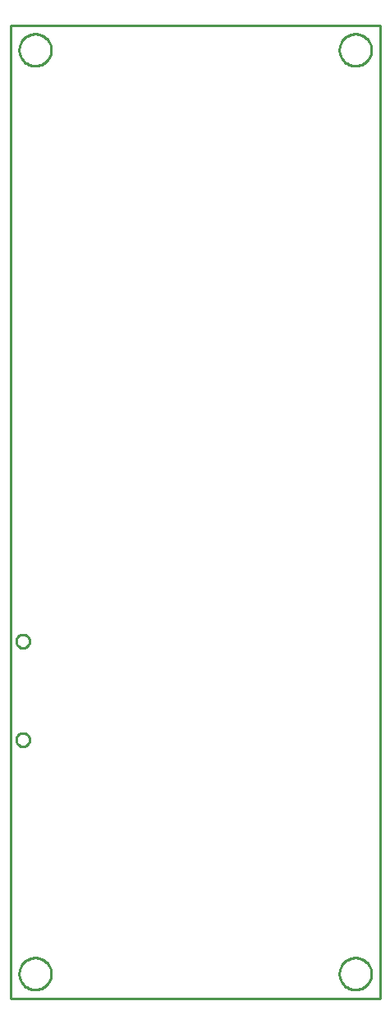
<source format=gko>
G04 EAGLE Gerber RS-274X export*
G75*
%MOMM*%
%FSLAX34Y34*%
%LPD*%
%IN*%
%IPPOS*%
%AMOC8*
5,1,8,0,0,1.08239X$1,22.5*%
G01*
%ADD10C,0.203200*%
%ADD11C,0.000000*%
%ADD12C,0.254000*%


D10*
X0Y0D02*
X381000Y0D01*
X381000Y1003300D01*
X0Y1003300D01*
X0Y0D01*
D11*
X8890Y25400D02*
X8895Y25805D01*
X8910Y26210D01*
X8935Y26615D01*
X8970Y27018D01*
X9014Y27421D01*
X9069Y27823D01*
X9133Y28223D01*
X9207Y28621D01*
X9291Y29017D01*
X9385Y29412D01*
X9488Y29803D01*
X9601Y30193D01*
X9723Y30579D01*
X9855Y30962D01*
X9996Y31342D01*
X10147Y31718D01*
X10306Y32091D01*
X10475Y32459D01*
X10653Y32823D01*
X10839Y33183D01*
X11035Y33538D01*
X11239Y33888D01*
X11451Y34233D01*
X11672Y34572D01*
X11902Y34907D01*
X12139Y35235D01*
X12384Y35557D01*
X12638Y35874D01*
X12898Y36184D01*
X13167Y36487D01*
X13443Y36784D01*
X13726Y37074D01*
X14016Y37357D01*
X14313Y37633D01*
X14616Y37902D01*
X14926Y38162D01*
X15243Y38416D01*
X15565Y38661D01*
X15893Y38898D01*
X16228Y39128D01*
X16567Y39349D01*
X16912Y39561D01*
X17262Y39765D01*
X17617Y39961D01*
X17977Y40147D01*
X18341Y40325D01*
X18709Y40494D01*
X19082Y40653D01*
X19458Y40804D01*
X19838Y40945D01*
X20221Y41077D01*
X20607Y41199D01*
X20997Y41312D01*
X21388Y41415D01*
X21783Y41509D01*
X22179Y41593D01*
X22577Y41667D01*
X22977Y41731D01*
X23379Y41786D01*
X23782Y41830D01*
X24185Y41865D01*
X24590Y41890D01*
X24995Y41905D01*
X25400Y41910D01*
X25805Y41905D01*
X26210Y41890D01*
X26615Y41865D01*
X27018Y41830D01*
X27421Y41786D01*
X27823Y41731D01*
X28223Y41667D01*
X28621Y41593D01*
X29017Y41509D01*
X29412Y41415D01*
X29803Y41312D01*
X30193Y41199D01*
X30579Y41077D01*
X30962Y40945D01*
X31342Y40804D01*
X31718Y40653D01*
X32091Y40494D01*
X32459Y40325D01*
X32823Y40147D01*
X33183Y39961D01*
X33538Y39765D01*
X33888Y39561D01*
X34233Y39349D01*
X34572Y39128D01*
X34907Y38898D01*
X35235Y38661D01*
X35557Y38416D01*
X35874Y38162D01*
X36184Y37902D01*
X36487Y37633D01*
X36784Y37357D01*
X37074Y37074D01*
X37357Y36784D01*
X37633Y36487D01*
X37902Y36184D01*
X38162Y35874D01*
X38416Y35557D01*
X38661Y35235D01*
X38898Y34907D01*
X39128Y34572D01*
X39349Y34233D01*
X39561Y33888D01*
X39765Y33538D01*
X39961Y33183D01*
X40147Y32823D01*
X40325Y32459D01*
X40494Y32091D01*
X40653Y31718D01*
X40804Y31342D01*
X40945Y30962D01*
X41077Y30579D01*
X41199Y30193D01*
X41312Y29803D01*
X41415Y29412D01*
X41509Y29017D01*
X41593Y28621D01*
X41667Y28223D01*
X41731Y27823D01*
X41786Y27421D01*
X41830Y27018D01*
X41865Y26615D01*
X41890Y26210D01*
X41905Y25805D01*
X41910Y25400D01*
X41905Y24995D01*
X41890Y24590D01*
X41865Y24185D01*
X41830Y23782D01*
X41786Y23379D01*
X41731Y22977D01*
X41667Y22577D01*
X41593Y22179D01*
X41509Y21783D01*
X41415Y21388D01*
X41312Y20997D01*
X41199Y20607D01*
X41077Y20221D01*
X40945Y19838D01*
X40804Y19458D01*
X40653Y19082D01*
X40494Y18709D01*
X40325Y18341D01*
X40147Y17977D01*
X39961Y17617D01*
X39765Y17262D01*
X39561Y16912D01*
X39349Y16567D01*
X39128Y16228D01*
X38898Y15893D01*
X38661Y15565D01*
X38416Y15243D01*
X38162Y14926D01*
X37902Y14616D01*
X37633Y14313D01*
X37357Y14016D01*
X37074Y13726D01*
X36784Y13443D01*
X36487Y13167D01*
X36184Y12898D01*
X35874Y12638D01*
X35557Y12384D01*
X35235Y12139D01*
X34907Y11902D01*
X34572Y11672D01*
X34233Y11451D01*
X33888Y11239D01*
X33538Y11035D01*
X33183Y10839D01*
X32823Y10653D01*
X32459Y10475D01*
X32091Y10306D01*
X31718Y10147D01*
X31342Y9996D01*
X30962Y9855D01*
X30579Y9723D01*
X30193Y9601D01*
X29803Y9488D01*
X29412Y9385D01*
X29017Y9291D01*
X28621Y9207D01*
X28223Y9133D01*
X27823Y9069D01*
X27421Y9014D01*
X27018Y8970D01*
X26615Y8935D01*
X26210Y8910D01*
X25805Y8895D01*
X25400Y8890D01*
X24995Y8895D01*
X24590Y8910D01*
X24185Y8935D01*
X23782Y8970D01*
X23379Y9014D01*
X22977Y9069D01*
X22577Y9133D01*
X22179Y9207D01*
X21783Y9291D01*
X21388Y9385D01*
X20997Y9488D01*
X20607Y9601D01*
X20221Y9723D01*
X19838Y9855D01*
X19458Y9996D01*
X19082Y10147D01*
X18709Y10306D01*
X18341Y10475D01*
X17977Y10653D01*
X17617Y10839D01*
X17262Y11035D01*
X16912Y11239D01*
X16567Y11451D01*
X16228Y11672D01*
X15893Y11902D01*
X15565Y12139D01*
X15243Y12384D01*
X14926Y12638D01*
X14616Y12898D01*
X14313Y13167D01*
X14016Y13443D01*
X13726Y13726D01*
X13443Y14016D01*
X13167Y14313D01*
X12898Y14616D01*
X12638Y14926D01*
X12384Y15243D01*
X12139Y15565D01*
X11902Y15893D01*
X11672Y16228D01*
X11451Y16567D01*
X11239Y16912D01*
X11035Y17262D01*
X10839Y17617D01*
X10653Y17977D01*
X10475Y18341D01*
X10306Y18709D01*
X10147Y19082D01*
X9996Y19458D01*
X9855Y19838D01*
X9723Y20221D01*
X9601Y20607D01*
X9488Y20997D01*
X9385Y21388D01*
X9291Y21783D01*
X9207Y22179D01*
X9133Y22577D01*
X9069Y22977D01*
X9014Y23379D01*
X8970Y23782D01*
X8935Y24185D01*
X8910Y24590D01*
X8895Y24995D01*
X8890Y25400D01*
X8890Y977900D02*
X8895Y978305D01*
X8910Y978710D01*
X8935Y979115D01*
X8970Y979518D01*
X9014Y979921D01*
X9069Y980323D01*
X9133Y980723D01*
X9207Y981121D01*
X9291Y981517D01*
X9385Y981912D01*
X9488Y982303D01*
X9601Y982693D01*
X9723Y983079D01*
X9855Y983462D01*
X9996Y983842D01*
X10147Y984218D01*
X10306Y984591D01*
X10475Y984959D01*
X10653Y985323D01*
X10839Y985683D01*
X11035Y986038D01*
X11239Y986388D01*
X11451Y986733D01*
X11672Y987072D01*
X11902Y987407D01*
X12139Y987735D01*
X12384Y988057D01*
X12638Y988374D01*
X12898Y988684D01*
X13167Y988987D01*
X13443Y989284D01*
X13726Y989574D01*
X14016Y989857D01*
X14313Y990133D01*
X14616Y990402D01*
X14926Y990662D01*
X15243Y990916D01*
X15565Y991161D01*
X15893Y991398D01*
X16228Y991628D01*
X16567Y991849D01*
X16912Y992061D01*
X17262Y992265D01*
X17617Y992461D01*
X17977Y992647D01*
X18341Y992825D01*
X18709Y992994D01*
X19082Y993153D01*
X19458Y993304D01*
X19838Y993445D01*
X20221Y993577D01*
X20607Y993699D01*
X20997Y993812D01*
X21388Y993915D01*
X21783Y994009D01*
X22179Y994093D01*
X22577Y994167D01*
X22977Y994231D01*
X23379Y994286D01*
X23782Y994330D01*
X24185Y994365D01*
X24590Y994390D01*
X24995Y994405D01*
X25400Y994410D01*
X25805Y994405D01*
X26210Y994390D01*
X26615Y994365D01*
X27018Y994330D01*
X27421Y994286D01*
X27823Y994231D01*
X28223Y994167D01*
X28621Y994093D01*
X29017Y994009D01*
X29412Y993915D01*
X29803Y993812D01*
X30193Y993699D01*
X30579Y993577D01*
X30962Y993445D01*
X31342Y993304D01*
X31718Y993153D01*
X32091Y992994D01*
X32459Y992825D01*
X32823Y992647D01*
X33183Y992461D01*
X33538Y992265D01*
X33888Y992061D01*
X34233Y991849D01*
X34572Y991628D01*
X34907Y991398D01*
X35235Y991161D01*
X35557Y990916D01*
X35874Y990662D01*
X36184Y990402D01*
X36487Y990133D01*
X36784Y989857D01*
X37074Y989574D01*
X37357Y989284D01*
X37633Y988987D01*
X37902Y988684D01*
X38162Y988374D01*
X38416Y988057D01*
X38661Y987735D01*
X38898Y987407D01*
X39128Y987072D01*
X39349Y986733D01*
X39561Y986388D01*
X39765Y986038D01*
X39961Y985683D01*
X40147Y985323D01*
X40325Y984959D01*
X40494Y984591D01*
X40653Y984218D01*
X40804Y983842D01*
X40945Y983462D01*
X41077Y983079D01*
X41199Y982693D01*
X41312Y982303D01*
X41415Y981912D01*
X41509Y981517D01*
X41593Y981121D01*
X41667Y980723D01*
X41731Y980323D01*
X41786Y979921D01*
X41830Y979518D01*
X41865Y979115D01*
X41890Y978710D01*
X41905Y978305D01*
X41910Y977900D01*
X41905Y977495D01*
X41890Y977090D01*
X41865Y976685D01*
X41830Y976282D01*
X41786Y975879D01*
X41731Y975477D01*
X41667Y975077D01*
X41593Y974679D01*
X41509Y974283D01*
X41415Y973888D01*
X41312Y973497D01*
X41199Y973107D01*
X41077Y972721D01*
X40945Y972338D01*
X40804Y971958D01*
X40653Y971582D01*
X40494Y971209D01*
X40325Y970841D01*
X40147Y970477D01*
X39961Y970117D01*
X39765Y969762D01*
X39561Y969412D01*
X39349Y969067D01*
X39128Y968728D01*
X38898Y968393D01*
X38661Y968065D01*
X38416Y967743D01*
X38162Y967426D01*
X37902Y967116D01*
X37633Y966813D01*
X37357Y966516D01*
X37074Y966226D01*
X36784Y965943D01*
X36487Y965667D01*
X36184Y965398D01*
X35874Y965138D01*
X35557Y964884D01*
X35235Y964639D01*
X34907Y964402D01*
X34572Y964172D01*
X34233Y963951D01*
X33888Y963739D01*
X33538Y963535D01*
X33183Y963339D01*
X32823Y963153D01*
X32459Y962975D01*
X32091Y962806D01*
X31718Y962647D01*
X31342Y962496D01*
X30962Y962355D01*
X30579Y962223D01*
X30193Y962101D01*
X29803Y961988D01*
X29412Y961885D01*
X29017Y961791D01*
X28621Y961707D01*
X28223Y961633D01*
X27823Y961569D01*
X27421Y961514D01*
X27018Y961470D01*
X26615Y961435D01*
X26210Y961410D01*
X25805Y961395D01*
X25400Y961390D01*
X24995Y961395D01*
X24590Y961410D01*
X24185Y961435D01*
X23782Y961470D01*
X23379Y961514D01*
X22977Y961569D01*
X22577Y961633D01*
X22179Y961707D01*
X21783Y961791D01*
X21388Y961885D01*
X20997Y961988D01*
X20607Y962101D01*
X20221Y962223D01*
X19838Y962355D01*
X19458Y962496D01*
X19082Y962647D01*
X18709Y962806D01*
X18341Y962975D01*
X17977Y963153D01*
X17617Y963339D01*
X17262Y963535D01*
X16912Y963739D01*
X16567Y963951D01*
X16228Y964172D01*
X15893Y964402D01*
X15565Y964639D01*
X15243Y964884D01*
X14926Y965138D01*
X14616Y965398D01*
X14313Y965667D01*
X14016Y965943D01*
X13726Y966226D01*
X13443Y966516D01*
X13167Y966813D01*
X12898Y967116D01*
X12638Y967426D01*
X12384Y967743D01*
X12139Y968065D01*
X11902Y968393D01*
X11672Y968728D01*
X11451Y969067D01*
X11239Y969412D01*
X11035Y969762D01*
X10839Y970117D01*
X10653Y970477D01*
X10475Y970841D01*
X10306Y971209D01*
X10147Y971582D01*
X9996Y971958D01*
X9855Y972338D01*
X9723Y972721D01*
X9601Y973107D01*
X9488Y973497D01*
X9385Y973888D01*
X9291Y974283D01*
X9207Y974679D01*
X9133Y975077D01*
X9069Y975477D01*
X9014Y975879D01*
X8970Y976282D01*
X8935Y976685D01*
X8910Y977090D01*
X8895Y977495D01*
X8890Y977900D01*
X339090Y25400D02*
X339095Y25805D01*
X339110Y26210D01*
X339135Y26615D01*
X339170Y27018D01*
X339214Y27421D01*
X339269Y27823D01*
X339333Y28223D01*
X339407Y28621D01*
X339491Y29017D01*
X339585Y29412D01*
X339688Y29803D01*
X339801Y30193D01*
X339923Y30579D01*
X340055Y30962D01*
X340196Y31342D01*
X340347Y31718D01*
X340506Y32091D01*
X340675Y32459D01*
X340853Y32823D01*
X341039Y33183D01*
X341235Y33538D01*
X341439Y33888D01*
X341651Y34233D01*
X341872Y34572D01*
X342102Y34907D01*
X342339Y35235D01*
X342584Y35557D01*
X342838Y35874D01*
X343098Y36184D01*
X343367Y36487D01*
X343643Y36784D01*
X343926Y37074D01*
X344216Y37357D01*
X344513Y37633D01*
X344816Y37902D01*
X345126Y38162D01*
X345443Y38416D01*
X345765Y38661D01*
X346093Y38898D01*
X346428Y39128D01*
X346767Y39349D01*
X347112Y39561D01*
X347462Y39765D01*
X347817Y39961D01*
X348177Y40147D01*
X348541Y40325D01*
X348909Y40494D01*
X349282Y40653D01*
X349658Y40804D01*
X350038Y40945D01*
X350421Y41077D01*
X350807Y41199D01*
X351197Y41312D01*
X351588Y41415D01*
X351983Y41509D01*
X352379Y41593D01*
X352777Y41667D01*
X353177Y41731D01*
X353579Y41786D01*
X353982Y41830D01*
X354385Y41865D01*
X354790Y41890D01*
X355195Y41905D01*
X355600Y41910D01*
X356005Y41905D01*
X356410Y41890D01*
X356815Y41865D01*
X357218Y41830D01*
X357621Y41786D01*
X358023Y41731D01*
X358423Y41667D01*
X358821Y41593D01*
X359217Y41509D01*
X359612Y41415D01*
X360003Y41312D01*
X360393Y41199D01*
X360779Y41077D01*
X361162Y40945D01*
X361542Y40804D01*
X361918Y40653D01*
X362291Y40494D01*
X362659Y40325D01*
X363023Y40147D01*
X363383Y39961D01*
X363738Y39765D01*
X364088Y39561D01*
X364433Y39349D01*
X364772Y39128D01*
X365107Y38898D01*
X365435Y38661D01*
X365757Y38416D01*
X366074Y38162D01*
X366384Y37902D01*
X366687Y37633D01*
X366984Y37357D01*
X367274Y37074D01*
X367557Y36784D01*
X367833Y36487D01*
X368102Y36184D01*
X368362Y35874D01*
X368616Y35557D01*
X368861Y35235D01*
X369098Y34907D01*
X369328Y34572D01*
X369549Y34233D01*
X369761Y33888D01*
X369965Y33538D01*
X370161Y33183D01*
X370347Y32823D01*
X370525Y32459D01*
X370694Y32091D01*
X370853Y31718D01*
X371004Y31342D01*
X371145Y30962D01*
X371277Y30579D01*
X371399Y30193D01*
X371512Y29803D01*
X371615Y29412D01*
X371709Y29017D01*
X371793Y28621D01*
X371867Y28223D01*
X371931Y27823D01*
X371986Y27421D01*
X372030Y27018D01*
X372065Y26615D01*
X372090Y26210D01*
X372105Y25805D01*
X372110Y25400D01*
X372105Y24995D01*
X372090Y24590D01*
X372065Y24185D01*
X372030Y23782D01*
X371986Y23379D01*
X371931Y22977D01*
X371867Y22577D01*
X371793Y22179D01*
X371709Y21783D01*
X371615Y21388D01*
X371512Y20997D01*
X371399Y20607D01*
X371277Y20221D01*
X371145Y19838D01*
X371004Y19458D01*
X370853Y19082D01*
X370694Y18709D01*
X370525Y18341D01*
X370347Y17977D01*
X370161Y17617D01*
X369965Y17262D01*
X369761Y16912D01*
X369549Y16567D01*
X369328Y16228D01*
X369098Y15893D01*
X368861Y15565D01*
X368616Y15243D01*
X368362Y14926D01*
X368102Y14616D01*
X367833Y14313D01*
X367557Y14016D01*
X367274Y13726D01*
X366984Y13443D01*
X366687Y13167D01*
X366384Y12898D01*
X366074Y12638D01*
X365757Y12384D01*
X365435Y12139D01*
X365107Y11902D01*
X364772Y11672D01*
X364433Y11451D01*
X364088Y11239D01*
X363738Y11035D01*
X363383Y10839D01*
X363023Y10653D01*
X362659Y10475D01*
X362291Y10306D01*
X361918Y10147D01*
X361542Y9996D01*
X361162Y9855D01*
X360779Y9723D01*
X360393Y9601D01*
X360003Y9488D01*
X359612Y9385D01*
X359217Y9291D01*
X358821Y9207D01*
X358423Y9133D01*
X358023Y9069D01*
X357621Y9014D01*
X357218Y8970D01*
X356815Y8935D01*
X356410Y8910D01*
X356005Y8895D01*
X355600Y8890D01*
X355195Y8895D01*
X354790Y8910D01*
X354385Y8935D01*
X353982Y8970D01*
X353579Y9014D01*
X353177Y9069D01*
X352777Y9133D01*
X352379Y9207D01*
X351983Y9291D01*
X351588Y9385D01*
X351197Y9488D01*
X350807Y9601D01*
X350421Y9723D01*
X350038Y9855D01*
X349658Y9996D01*
X349282Y10147D01*
X348909Y10306D01*
X348541Y10475D01*
X348177Y10653D01*
X347817Y10839D01*
X347462Y11035D01*
X347112Y11239D01*
X346767Y11451D01*
X346428Y11672D01*
X346093Y11902D01*
X345765Y12139D01*
X345443Y12384D01*
X345126Y12638D01*
X344816Y12898D01*
X344513Y13167D01*
X344216Y13443D01*
X343926Y13726D01*
X343643Y14016D01*
X343367Y14313D01*
X343098Y14616D01*
X342838Y14926D01*
X342584Y15243D01*
X342339Y15565D01*
X342102Y15893D01*
X341872Y16228D01*
X341651Y16567D01*
X341439Y16912D01*
X341235Y17262D01*
X341039Y17617D01*
X340853Y17977D01*
X340675Y18341D01*
X340506Y18709D01*
X340347Y19082D01*
X340196Y19458D01*
X340055Y19838D01*
X339923Y20221D01*
X339801Y20607D01*
X339688Y20997D01*
X339585Y21388D01*
X339491Y21783D01*
X339407Y22179D01*
X339333Y22577D01*
X339269Y22977D01*
X339214Y23379D01*
X339170Y23782D01*
X339135Y24185D01*
X339110Y24590D01*
X339095Y24995D01*
X339090Y25400D01*
X339090Y977900D02*
X339095Y978305D01*
X339110Y978710D01*
X339135Y979115D01*
X339170Y979518D01*
X339214Y979921D01*
X339269Y980323D01*
X339333Y980723D01*
X339407Y981121D01*
X339491Y981517D01*
X339585Y981912D01*
X339688Y982303D01*
X339801Y982693D01*
X339923Y983079D01*
X340055Y983462D01*
X340196Y983842D01*
X340347Y984218D01*
X340506Y984591D01*
X340675Y984959D01*
X340853Y985323D01*
X341039Y985683D01*
X341235Y986038D01*
X341439Y986388D01*
X341651Y986733D01*
X341872Y987072D01*
X342102Y987407D01*
X342339Y987735D01*
X342584Y988057D01*
X342838Y988374D01*
X343098Y988684D01*
X343367Y988987D01*
X343643Y989284D01*
X343926Y989574D01*
X344216Y989857D01*
X344513Y990133D01*
X344816Y990402D01*
X345126Y990662D01*
X345443Y990916D01*
X345765Y991161D01*
X346093Y991398D01*
X346428Y991628D01*
X346767Y991849D01*
X347112Y992061D01*
X347462Y992265D01*
X347817Y992461D01*
X348177Y992647D01*
X348541Y992825D01*
X348909Y992994D01*
X349282Y993153D01*
X349658Y993304D01*
X350038Y993445D01*
X350421Y993577D01*
X350807Y993699D01*
X351197Y993812D01*
X351588Y993915D01*
X351983Y994009D01*
X352379Y994093D01*
X352777Y994167D01*
X353177Y994231D01*
X353579Y994286D01*
X353982Y994330D01*
X354385Y994365D01*
X354790Y994390D01*
X355195Y994405D01*
X355600Y994410D01*
X356005Y994405D01*
X356410Y994390D01*
X356815Y994365D01*
X357218Y994330D01*
X357621Y994286D01*
X358023Y994231D01*
X358423Y994167D01*
X358821Y994093D01*
X359217Y994009D01*
X359612Y993915D01*
X360003Y993812D01*
X360393Y993699D01*
X360779Y993577D01*
X361162Y993445D01*
X361542Y993304D01*
X361918Y993153D01*
X362291Y992994D01*
X362659Y992825D01*
X363023Y992647D01*
X363383Y992461D01*
X363738Y992265D01*
X364088Y992061D01*
X364433Y991849D01*
X364772Y991628D01*
X365107Y991398D01*
X365435Y991161D01*
X365757Y990916D01*
X366074Y990662D01*
X366384Y990402D01*
X366687Y990133D01*
X366984Y989857D01*
X367274Y989574D01*
X367557Y989284D01*
X367833Y988987D01*
X368102Y988684D01*
X368362Y988374D01*
X368616Y988057D01*
X368861Y987735D01*
X369098Y987407D01*
X369328Y987072D01*
X369549Y986733D01*
X369761Y986388D01*
X369965Y986038D01*
X370161Y985683D01*
X370347Y985323D01*
X370525Y984959D01*
X370694Y984591D01*
X370853Y984218D01*
X371004Y983842D01*
X371145Y983462D01*
X371277Y983079D01*
X371399Y982693D01*
X371512Y982303D01*
X371615Y981912D01*
X371709Y981517D01*
X371793Y981121D01*
X371867Y980723D01*
X371931Y980323D01*
X371986Y979921D01*
X372030Y979518D01*
X372065Y979115D01*
X372090Y978710D01*
X372105Y978305D01*
X372110Y977900D01*
X372105Y977495D01*
X372090Y977090D01*
X372065Y976685D01*
X372030Y976282D01*
X371986Y975879D01*
X371931Y975477D01*
X371867Y975077D01*
X371793Y974679D01*
X371709Y974283D01*
X371615Y973888D01*
X371512Y973497D01*
X371399Y973107D01*
X371277Y972721D01*
X371145Y972338D01*
X371004Y971958D01*
X370853Y971582D01*
X370694Y971209D01*
X370525Y970841D01*
X370347Y970477D01*
X370161Y970117D01*
X369965Y969762D01*
X369761Y969412D01*
X369549Y969067D01*
X369328Y968728D01*
X369098Y968393D01*
X368861Y968065D01*
X368616Y967743D01*
X368362Y967426D01*
X368102Y967116D01*
X367833Y966813D01*
X367557Y966516D01*
X367274Y966226D01*
X366984Y965943D01*
X366687Y965667D01*
X366384Y965398D01*
X366074Y965138D01*
X365757Y964884D01*
X365435Y964639D01*
X365107Y964402D01*
X364772Y964172D01*
X364433Y963951D01*
X364088Y963739D01*
X363738Y963535D01*
X363383Y963339D01*
X363023Y963153D01*
X362659Y962975D01*
X362291Y962806D01*
X361918Y962647D01*
X361542Y962496D01*
X361162Y962355D01*
X360779Y962223D01*
X360393Y962101D01*
X360003Y961988D01*
X359612Y961885D01*
X359217Y961791D01*
X358821Y961707D01*
X358423Y961633D01*
X358023Y961569D01*
X357621Y961514D01*
X357218Y961470D01*
X356815Y961435D01*
X356410Y961410D01*
X356005Y961395D01*
X355600Y961390D01*
X355195Y961395D01*
X354790Y961410D01*
X354385Y961435D01*
X353982Y961470D01*
X353579Y961514D01*
X353177Y961569D01*
X352777Y961633D01*
X352379Y961707D01*
X351983Y961791D01*
X351588Y961885D01*
X351197Y961988D01*
X350807Y962101D01*
X350421Y962223D01*
X350038Y962355D01*
X349658Y962496D01*
X349282Y962647D01*
X348909Y962806D01*
X348541Y962975D01*
X348177Y963153D01*
X347817Y963339D01*
X347462Y963535D01*
X347112Y963739D01*
X346767Y963951D01*
X346428Y964172D01*
X346093Y964402D01*
X345765Y964639D01*
X345443Y964884D01*
X345126Y965138D01*
X344816Y965398D01*
X344513Y965667D01*
X344216Y965943D01*
X343926Y966226D01*
X343643Y966516D01*
X343367Y966813D01*
X343098Y967116D01*
X342838Y967426D01*
X342584Y967743D01*
X342339Y968065D01*
X342102Y968393D01*
X341872Y968728D01*
X341651Y969067D01*
X341439Y969412D01*
X341235Y969762D01*
X341039Y970117D01*
X340853Y970477D01*
X340675Y970841D01*
X340506Y971209D01*
X340347Y971582D01*
X340196Y971958D01*
X340055Y972338D01*
X339923Y972721D01*
X339801Y973107D01*
X339688Y973497D01*
X339585Y973888D01*
X339491Y974283D01*
X339407Y974679D01*
X339333Y975077D01*
X339269Y975477D01*
X339214Y975879D01*
X339170Y976282D01*
X339135Y976685D01*
X339110Y977090D01*
X339095Y977495D01*
X339090Y977900D01*
X5700Y368300D02*
X5702Y368472D01*
X5708Y368643D01*
X5719Y368815D01*
X5734Y368986D01*
X5753Y369157D01*
X5776Y369327D01*
X5803Y369497D01*
X5835Y369666D01*
X5870Y369834D01*
X5910Y370001D01*
X5954Y370167D01*
X6001Y370332D01*
X6053Y370496D01*
X6109Y370658D01*
X6169Y370819D01*
X6233Y370979D01*
X6301Y371137D01*
X6372Y371293D01*
X6447Y371447D01*
X6527Y371600D01*
X6609Y371750D01*
X6696Y371899D01*
X6786Y372045D01*
X6880Y372189D01*
X6977Y372331D01*
X7078Y372470D01*
X7182Y372607D01*
X7289Y372741D01*
X7400Y372872D01*
X7513Y373001D01*
X7630Y373127D01*
X7750Y373250D01*
X7873Y373370D01*
X7999Y373487D01*
X8128Y373600D01*
X8259Y373711D01*
X8393Y373818D01*
X8530Y373922D01*
X8669Y374023D01*
X8811Y374120D01*
X8955Y374214D01*
X9101Y374304D01*
X9250Y374391D01*
X9400Y374473D01*
X9553Y374553D01*
X9707Y374628D01*
X9863Y374699D01*
X10021Y374767D01*
X10181Y374831D01*
X10342Y374891D01*
X10504Y374947D01*
X10668Y374999D01*
X10833Y375046D01*
X10999Y375090D01*
X11166Y375130D01*
X11334Y375165D01*
X11503Y375197D01*
X11673Y375224D01*
X11843Y375247D01*
X12014Y375266D01*
X12185Y375281D01*
X12357Y375292D01*
X12528Y375298D01*
X12700Y375300D01*
X12872Y375298D01*
X13043Y375292D01*
X13215Y375281D01*
X13386Y375266D01*
X13557Y375247D01*
X13727Y375224D01*
X13897Y375197D01*
X14066Y375165D01*
X14234Y375130D01*
X14401Y375090D01*
X14567Y375046D01*
X14732Y374999D01*
X14896Y374947D01*
X15058Y374891D01*
X15219Y374831D01*
X15379Y374767D01*
X15537Y374699D01*
X15693Y374628D01*
X15847Y374553D01*
X16000Y374473D01*
X16150Y374391D01*
X16299Y374304D01*
X16445Y374214D01*
X16589Y374120D01*
X16731Y374023D01*
X16870Y373922D01*
X17007Y373818D01*
X17141Y373711D01*
X17272Y373600D01*
X17401Y373487D01*
X17527Y373370D01*
X17650Y373250D01*
X17770Y373127D01*
X17887Y373001D01*
X18000Y372872D01*
X18111Y372741D01*
X18218Y372607D01*
X18322Y372470D01*
X18423Y372331D01*
X18520Y372189D01*
X18614Y372045D01*
X18704Y371899D01*
X18791Y371750D01*
X18873Y371600D01*
X18953Y371447D01*
X19028Y371293D01*
X19099Y371137D01*
X19167Y370979D01*
X19231Y370819D01*
X19291Y370658D01*
X19347Y370496D01*
X19399Y370332D01*
X19446Y370167D01*
X19490Y370001D01*
X19530Y369834D01*
X19565Y369666D01*
X19597Y369497D01*
X19624Y369327D01*
X19647Y369157D01*
X19666Y368986D01*
X19681Y368815D01*
X19692Y368643D01*
X19698Y368472D01*
X19700Y368300D01*
X19698Y368128D01*
X19692Y367957D01*
X19681Y367785D01*
X19666Y367614D01*
X19647Y367443D01*
X19624Y367273D01*
X19597Y367103D01*
X19565Y366934D01*
X19530Y366766D01*
X19490Y366599D01*
X19446Y366433D01*
X19399Y366268D01*
X19347Y366104D01*
X19291Y365942D01*
X19231Y365781D01*
X19167Y365621D01*
X19099Y365463D01*
X19028Y365307D01*
X18953Y365153D01*
X18873Y365000D01*
X18791Y364850D01*
X18704Y364701D01*
X18614Y364555D01*
X18520Y364411D01*
X18423Y364269D01*
X18322Y364130D01*
X18218Y363993D01*
X18111Y363859D01*
X18000Y363728D01*
X17887Y363599D01*
X17770Y363473D01*
X17650Y363350D01*
X17527Y363230D01*
X17401Y363113D01*
X17272Y363000D01*
X17141Y362889D01*
X17007Y362782D01*
X16870Y362678D01*
X16731Y362577D01*
X16589Y362480D01*
X16445Y362386D01*
X16299Y362296D01*
X16150Y362209D01*
X16000Y362127D01*
X15847Y362047D01*
X15693Y361972D01*
X15537Y361901D01*
X15379Y361833D01*
X15219Y361769D01*
X15058Y361709D01*
X14896Y361653D01*
X14732Y361601D01*
X14567Y361554D01*
X14401Y361510D01*
X14234Y361470D01*
X14066Y361435D01*
X13897Y361403D01*
X13727Y361376D01*
X13557Y361353D01*
X13386Y361334D01*
X13215Y361319D01*
X13043Y361308D01*
X12872Y361302D01*
X12700Y361300D01*
X12528Y361302D01*
X12357Y361308D01*
X12185Y361319D01*
X12014Y361334D01*
X11843Y361353D01*
X11673Y361376D01*
X11503Y361403D01*
X11334Y361435D01*
X11166Y361470D01*
X10999Y361510D01*
X10833Y361554D01*
X10668Y361601D01*
X10504Y361653D01*
X10342Y361709D01*
X10181Y361769D01*
X10021Y361833D01*
X9863Y361901D01*
X9707Y361972D01*
X9553Y362047D01*
X9400Y362127D01*
X9250Y362209D01*
X9101Y362296D01*
X8955Y362386D01*
X8811Y362480D01*
X8669Y362577D01*
X8530Y362678D01*
X8393Y362782D01*
X8259Y362889D01*
X8128Y363000D01*
X7999Y363113D01*
X7873Y363230D01*
X7750Y363350D01*
X7630Y363473D01*
X7513Y363599D01*
X7400Y363728D01*
X7289Y363859D01*
X7182Y363993D01*
X7078Y364130D01*
X6977Y364269D01*
X6880Y364411D01*
X6786Y364555D01*
X6696Y364701D01*
X6609Y364850D01*
X6527Y365000D01*
X6447Y365153D01*
X6372Y365307D01*
X6301Y365463D01*
X6233Y365621D01*
X6169Y365781D01*
X6109Y365942D01*
X6053Y366104D01*
X6001Y366268D01*
X5954Y366433D01*
X5910Y366599D01*
X5870Y366766D01*
X5835Y366934D01*
X5803Y367103D01*
X5776Y367273D01*
X5753Y367443D01*
X5734Y367614D01*
X5719Y367785D01*
X5708Y367957D01*
X5702Y368128D01*
X5700Y368300D01*
X5700Y266700D02*
X5702Y266872D01*
X5708Y267043D01*
X5719Y267215D01*
X5734Y267386D01*
X5753Y267557D01*
X5776Y267727D01*
X5803Y267897D01*
X5835Y268066D01*
X5870Y268234D01*
X5910Y268401D01*
X5954Y268567D01*
X6001Y268732D01*
X6053Y268896D01*
X6109Y269058D01*
X6169Y269219D01*
X6233Y269379D01*
X6301Y269537D01*
X6372Y269693D01*
X6447Y269847D01*
X6527Y270000D01*
X6609Y270150D01*
X6696Y270299D01*
X6786Y270445D01*
X6880Y270589D01*
X6977Y270731D01*
X7078Y270870D01*
X7182Y271007D01*
X7289Y271141D01*
X7400Y271272D01*
X7513Y271401D01*
X7630Y271527D01*
X7750Y271650D01*
X7873Y271770D01*
X7999Y271887D01*
X8128Y272000D01*
X8259Y272111D01*
X8393Y272218D01*
X8530Y272322D01*
X8669Y272423D01*
X8811Y272520D01*
X8955Y272614D01*
X9101Y272704D01*
X9250Y272791D01*
X9400Y272873D01*
X9553Y272953D01*
X9707Y273028D01*
X9863Y273099D01*
X10021Y273167D01*
X10181Y273231D01*
X10342Y273291D01*
X10504Y273347D01*
X10668Y273399D01*
X10833Y273446D01*
X10999Y273490D01*
X11166Y273530D01*
X11334Y273565D01*
X11503Y273597D01*
X11673Y273624D01*
X11843Y273647D01*
X12014Y273666D01*
X12185Y273681D01*
X12357Y273692D01*
X12528Y273698D01*
X12700Y273700D01*
X12872Y273698D01*
X13043Y273692D01*
X13215Y273681D01*
X13386Y273666D01*
X13557Y273647D01*
X13727Y273624D01*
X13897Y273597D01*
X14066Y273565D01*
X14234Y273530D01*
X14401Y273490D01*
X14567Y273446D01*
X14732Y273399D01*
X14896Y273347D01*
X15058Y273291D01*
X15219Y273231D01*
X15379Y273167D01*
X15537Y273099D01*
X15693Y273028D01*
X15847Y272953D01*
X16000Y272873D01*
X16150Y272791D01*
X16299Y272704D01*
X16445Y272614D01*
X16589Y272520D01*
X16731Y272423D01*
X16870Y272322D01*
X17007Y272218D01*
X17141Y272111D01*
X17272Y272000D01*
X17401Y271887D01*
X17527Y271770D01*
X17650Y271650D01*
X17770Y271527D01*
X17887Y271401D01*
X18000Y271272D01*
X18111Y271141D01*
X18218Y271007D01*
X18322Y270870D01*
X18423Y270731D01*
X18520Y270589D01*
X18614Y270445D01*
X18704Y270299D01*
X18791Y270150D01*
X18873Y270000D01*
X18953Y269847D01*
X19028Y269693D01*
X19099Y269537D01*
X19167Y269379D01*
X19231Y269219D01*
X19291Y269058D01*
X19347Y268896D01*
X19399Y268732D01*
X19446Y268567D01*
X19490Y268401D01*
X19530Y268234D01*
X19565Y268066D01*
X19597Y267897D01*
X19624Y267727D01*
X19647Y267557D01*
X19666Y267386D01*
X19681Y267215D01*
X19692Y267043D01*
X19698Y266872D01*
X19700Y266700D01*
X19698Y266528D01*
X19692Y266357D01*
X19681Y266185D01*
X19666Y266014D01*
X19647Y265843D01*
X19624Y265673D01*
X19597Y265503D01*
X19565Y265334D01*
X19530Y265166D01*
X19490Y264999D01*
X19446Y264833D01*
X19399Y264668D01*
X19347Y264504D01*
X19291Y264342D01*
X19231Y264181D01*
X19167Y264021D01*
X19099Y263863D01*
X19028Y263707D01*
X18953Y263553D01*
X18873Y263400D01*
X18791Y263250D01*
X18704Y263101D01*
X18614Y262955D01*
X18520Y262811D01*
X18423Y262669D01*
X18322Y262530D01*
X18218Y262393D01*
X18111Y262259D01*
X18000Y262128D01*
X17887Y261999D01*
X17770Y261873D01*
X17650Y261750D01*
X17527Y261630D01*
X17401Y261513D01*
X17272Y261400D01*
X17141Y261289D01*
X17007Y261182D01*
X16870Y261078D01*
X16731Y260977D01*
X16589Y260880D01*
X16445Y260786D01*
X16299Y260696D01*
X16150Y260609D01*
X16000Y260527D01*
X15847Y260447D01*
X15693Y260372D01*
X15537Y260301D01*
X15379Y260233D01*
X15219Y260169D01*
X15058Y260109D01*
X14896Y260053D01*
X14732Y260001D01*
X14567Y259954D01*
X14401Y259910D01*
X14234Y259870D01*
X14066Y259835D01*
X13897Y259803D01*
X13727Y259776D01*
X13557Y259753D01*
X13386Y259734D01*
X13215Y259719D01*
X13043Y259708D01*
X12872Y259702D01*
X12700Y259700D01*
X12528Y259702D01*
X12357Y259708D01*
X12185Y259719D01*
X12014Y259734D01*
X11843Y259753D01*
X11673Y259776D01*
X11503Y259803D01*
X11334Y259835D01*
X11166Y259870D01*
X10999Y259910D01*
X10833Y259954D01*
X10668Y260001D01*
X10504Y260053D01*
X10342Y260109D01*
X10181Y260169D01*
X10021Y260233D01*
X9863Y260301D01*
X9707Y260372D01*
X9553Y260447D01*
X9400Y260527D01*
X9250Y260609D01*
X9101Y260696D01*
X8955Y260786D01*
X8811Y260880D01*
X8669Y260977D01*
X8530Y261078D01*
X8393Y261182D01*
X8259Y261289D01*
X8128Y261400D01*
X7999Y261513D01*
X7873Y261630D01*
X7750Y261750D01*
X7630Y261873D01*
X7513Y261999D01*
X7400Y262128D01*
X7289Y262259D01*
X7182Y262393D01*
X7078Y262530D01*
X6977Y262669D01*
X6880Y262811D01*
X6786Y262955D01*
X6696Y263101D01*
X6609Y263250D01*
X6527Y263400D01*
X6447Y263553D01*
X6372Y263707D01*
X6301Y263863D01*
X6233Y264021D01*
X6169Y264181D01*
X6109Y264342D01*
X6053Y264504D01*
X6001Y264668D01*
X5954Y264833D01*
X5910Y264999D01*
X5870Y265166D01*
X5835Y265334D01*
X5803Y265503D01*
X5776Y265673D01*
X5753Y265843D01*
X5734Y266014D01*
X5719Y266185D01*
X5708Y266357D01*
X5702Y266528D01*
X5700Y266700D01*
D12*
X0Y0D02*
X381000Y0D01*
X381000Y1003300D01*
X0Y1003300D01*
X0Y0D01*
X41910Y24860D02*
X41839Y23781D01*
X41698Y22709D01*
X41487Y21649D01*
X41208Y20605D01*
X40860Y19581D01*
X40446Y18583D01*
X39968Y17613D01*
X39428Y16677D01*
X38827Y15778D01*
X38169Y14921D01*
X37457Y14108D01*
X36692Y13344D01*
X35879Y12631D01*
X35022Y11973D01*
X34123Y11372D01*
X33187Y10832D01*
X32217Y10354D01*
X31219Y9940D01*
X30195Y9592D01*
X29151Y9313D01*
X28091Y9102D01*
X27019Y8961D01*
X25940Y8890D01*
X24860Y8890D01*
X23781Y8961D01*
X22709Y9102D01*
X21649Y9313D01*
X20605Y9592D01*
X19581Y9940D01*
X18583Y10354D01*
X17613Y10832D01*
X16677Y11372D01*
X15778Y11973D01*
X14921Y12631D01*
X14108Y13344D01*
X13344Y14108D01*
X12631Y14921D01*
X11973Y15778D01*
X11372Y16677D01*
X10832Y17613D01*
X10354Y18583D01*
X9940Y19581D01*
X9592Y20605D01*
X9313Y21649D01*
X9102Y22709D01*
X8961Y23781D01*
X8890Y24860D01*
X8890Y25940D01*
X8961Y27019D01*
X9102Y28091D01*
X9313Y29151D01*
X9592Y30195D01*
X9940Y31219D01*
X10354Y32217D01*
X10832Y33187D01*
X11372Y34123D01*
X11973Y35022D01*
X12631Y35879D01*
X13344Y36692D01*
X14108Y37457D01*
X14921Y38169D01*
X15778Y38827D01*
X16677Y39428D01*
X17613Y39968D01*
X18583Y40446D01*
X19581Y40860D01*
X20605Y41208D01*
X21649Y41487D01*
X22709Y41698D01*
X23781Y41839D01*
X24860Y41910D01*
X25940Y41910D01*
X27019Y41839D01*
X28091Y41698D01*
X29151Y41487D01*
X30195Y41208D01*
X31219Y40860D01*
X32217Y40446D01*
X33187Y39968D01*
X34123Y39428D01*
X35022Y38827D01*
X35879Y38169D01*
X36692Y37457D01*
X37457Y36692D01*
X38169Y35879D01*
X38827Y35022D01*
X39428Y34123D01*
X39968Y33187D01*
X40446Y32217D01*
X40860Y31219D01*
X41208Y30195D01*
X41487Y29151D01*
X41698Y28091D01*
X41839Y27019D01*
X41910Y25940D01*
X41910Y24860D01*
X41910Y977360D02*
X41839Y976281D01*
X41698Y975209D01*
X41487Y974149D01*
X41208Y973105D01*
X40860Y972081D01*
X40446Y971083D01*
X39968Y970113D01*
X39428Y969177D01*
X38827Y968278D01*
X38169Y967421D01*
X37457Y966608D01*
X36692Y965844D01*
X35879Y965131D01*
X35022Y964473D01*
X34123Y963872D01*
X33187Y963332D01*
X32217Y962854D01*
X31219Y962440D01*
X30195Y962092D01*
X29151Y961813D01*
X28091Y961602D01*
X27019Y961461D01*
X25940Y961390D01*
X24860Y961390D01*
X23781Y961461D01*
X22709Y961602D01*
X21649Y961813D01*
X20605Y962092D01*
X19581Y962440D01*
X18583Y962854D01*
X17613Y963332D01*
X16677Y963872D01*
X15778Y964473D01*
X14921Y965131D01*
X14108Y965844D01*
X13344Y966608D01*
X12631Y967421D01*
X11973Y968278D01*
X11372Y969177D01*
X10832Y970113D01*
X10354Y971083D01*
X9940Y972081D01*
X9592Y973105D01*
X9313Y974149D01*
X9102Y975209D01*
X8961Y976281D01*
X8890Y977360D01*
X8890Y978440D01*
X8961Y979519D01*
X9102Y980591D01*
X9313Y981651D01*
X9592Y982695D01*
X9940Y983719D01*
X10354Y984717D01*
X10832Y985687D01*
X11372Y986623D01*
X11973Y987522D01*
X12631Y988379D01*
X13344Y989192D01*
X14108Y989957D01*
X14921Y990669D01*
X15778Y991327D01*
X16677Y991928D01*
X17613Y992468D01*
X18583Y992946D01*
X19581Y993360D01*
X20605Y993708D01*
X21649Y993987D01*
X22709Y994198D01*
X23781Y994339D01*
X24860Y994410D01*
X25940Y994410D01*
X27019Y994339D01*
X28091Y994198D01*
X29151Y993987D01*
X30195Y993708D01*
X31219Y993360D01*
X32217Y992946D01*
X33187Y992468D01*
X34123Y991928D01*
X35022Y991327D01*
X35879Y990669D01*
X36692Y989957D01*
X37457Y989192D01*
X38169Y988379D01*
X38827Y987522D01*
X39428Y986623D01*
X39968Y985687D01*
X40446Y984717D01*
X40860Y983719D01*
X41208Y982695D01*
X41487Y981651D01*
X41698Y980591D01*
X41839Y979519D01*
X41910Y978440D01*
X41910Y977360D01*
X372110Y24860D02*
X372039Y23781D01*
X371898Y22709D01*
X371687Y21649D01*
X371408Y20605D01*
X371060Y19581D01*
X370646Y18583D01*
X370168Y17613D01*
X369628Y16677D01*
X369027Y15778D01*
X368369Y14921D01*
X367657Y14108D01*
X366892Y13344D01*
X366079Y12631D01*
X365222Y11973D01*
X364323Y11372D01*
X363387Y10832D01*
X362417Y10354D01*
X361419Y9940D01*
X360395Y9592D01*
X359351Y9313D01*
X358291Y9102D01*
X357219Y8961D01*
X356140Y8890D01*
X355060Y8890D01*
X353981Y8961D01*
X352909Y9102D01*
X351849Y9313D01*
X350805Y9592D01*
X349781Y9940D01*
X348783Y10354D01*
X347813Y10832D01*
X346877Y11372D01*
X345978Y11973D01*
X345121Y12631D01*
X344308Y13344D01*
X343544Y14108D01*
X342831Y14921D01*
X342173Y15778D01*
X341572Y16677D01*
X341032Y17613D01*
X340554Y18583D01*
X340140Y19581D01*
X339792Y20605D01*
X339513Y21649D01*
X339302Y22709D01*
X339161Y23781D01*
X339090Y24860D01*
X339090Y25940D01*
X339161Y27019D01*
X339302Y28091D01*
X339513Y29151D01*
X339792Y30195D01*
X340140Y31219D01*
X340554Y32217D01*
X341032Y33187D01*
X341572Y34123D01*
X342173Y35022D01*
X342831Y35879D01*
X343544Y36692D01*
X344308Y37457D01*
X345121Y38169D01*
X345978Y38827D01*
X346877Y39428D01*
X347813Y39968D01*
X348783Y40446D01*
X349781Y40860D01*
X350805Y41208D01*
X351849Y41487D01*
X352909Y41698D01*
X353981Y41839D01*
X355060Y41910D01*
X356140Y41910D01*
X357219Y41839D01*
X358291Y41698D01*
X359351Y41487D01*
X360395Y41208D01*
X361419Y40860D01*
X362417Y40446D01*
X363387Y39968D01*
X364323Y39428D01*
X365222Y38827D01*
X366079Y38169D01*
X366892Y37457D01*
X367657Y36692D01*
X368369Y35879D01*
X369027Y35022D01*
X369628Y34123D01*
X370168Y33187D01*
X370646Y32217D01*
X371060Y31219D01*
X371408Y30195D01*
X371687Y29151D01*
X371898Y28091D01*
X372039Y27019D01*
X372110Y25940D01*
X372110Y24860D01*
X372110Y977360D02*
X372039Y976281D01*
X371898Y975209D01*
X371687Y974149D01*
X371408Y973105D01*
X371060Y972081D01*
X370646Y971083D01*
X370168Y970113D01*
X369628Y969177D01*
X369027Y968278D01*
X368369Y967421D01*
X367657Y966608D01*
X366892Y965844D01*
X366079Y965131D01*
X365222Y964473D01*
X364323Y963872D01*
X363387Y963332D01*
X362417Y962854D01*
X361419Y962440D01*
X360395Y962092D01*
X359351Y961813D01*
X358291Y961602D01*
X357219Y961461D01*
X356140Y961390D01*
X355060Y961390D01*
X353981Y961461D01*
X352909Y961602D01*
X351849Y961813D01*
X350805Y962092D01*
X349781Y962440D01*
X348783Y962854D01*
X347813Y963332D01*
X346877Y963872D01*
X345978Y964473D01*
X345121Y965131D01*
X344308Y965844D01*
X343544Y966608D01*
X342831Y967421D01*
X342173Y968278D01*
X341572Y969177D01*
X341032Y970113D01*
X340554Y971083D01*
X340140Y972081D01*
X339792Y973105D01*
X339513Y974149D01*
X339302Y975209D01*
X339161Y976281D01*
X339090Y977360D01*
X339090Y978440D01*
X339161Y979519D01*
X339302Y980591D01*
X339513Y981651D01*
X339792Y982695D01*
X340140Y983719D01*
X340554Y984717D01*
X341032Y985687D01*
X341572Y986623D01*
X342173Y987522D01*
X342831Y988379D01*
X343544Y989192D01*
X344308Y989957D01*
X345121Y990669D01*
X345978Y991327D01*
X346877Y991928D01*
X347813Y992468D01*
X348783Y992946D01*
X349781Y993360D01*
X350805Y993708D01*
X351849Y993987D01*
X352909Y994198D01*
X353981Y994339D01*
X355060Y994410D01*
X356140Y994410D01*
X357219Y994339D01*
X358291Y994198D01*
X359351Y993987D01*
X360395Y993708D01*
X361419Y993360D01*
X362417Y992946D01*
X363387Y992468D01*
X364323Y991928D01*
X365222Y991327D01*
X366079Y990669D01*
X366892Y989957D01*
X367657Y989192D01*
X368369Y988379D01*
X369027Y987522D01*
X369628Y986623D01*
X370168Y985687D01*
X370646Y984717D01*
X371060Y983719D01*
X371408Y982695D01*
X371687Y981651D01*
X371898Y980591D01*
X372039Y979519D01*
X372110Y978440D01*
X372110Y977360D01*
X12356Y361300D02*
X11672Y361367D01*
X10997Y361502D01*
X10339Y361701D01*
X9704Y361964D01*
X9097Y362289D01*
X8525Y362671D01*
X7993Y363107D01*
X7507Y363593D01*
X7071Y364125D01*
X6689Y364697D01*
X6364Y365304D01*
X6101Y365939D01*
X5902Y366597D01*
X5767Y367272D01*
X5700Y367956D01*
X5700Y368644D01*
X5767Y369328D01*
X5902Y370003D01*
X6101Y370661D01*
X6364Y371297D01*
X6689Y371903D01*
X7071Y372475D01*
X7507Y373007D01*
X7993Y373493D01*
X8525Y373929D01*
X9097Y374311D01*
X9704Y374636D01*
X10339Y374899D01*
X10997Y375098D01*
X11672Y375233D01*
X12356Y375300D01*
X13044Y375300D01*
X13728Y375233D01*
X14403Y375098D01*
X15061Y374899D01*
X15697Y374636D01*
X16303Y374311D01*
X16875Y373929D01*
X17407Y373493D01*
X17893Y373007D01*
X18329Y372475D01*
X18711Y371903D01*
X19036Y371297D01*
X19299Y370661D01*
X19498Y370003D01*
X19633Y369328D01*
X19700Y368644D01*
X19700Y367956D01*
X19633Y367272D01*
X19498Y366597D01*
X19299Y365939D01*
X19036Y365304D01*
X18711Y364697D01*
X18329Y364125D01*
X17893Y363593D01*
X17407Y363107D01*
X16875Y362671D01*
X16303Y362289D01*
X15697Y361964D01*
X15061Y361701D01*
X14403Y361502D01*
X13728Y361367D01*
X13044Y361300D01*
X12356Y361300D01*
X12356Y259700D02*
X11672Y259767D01*
X10997Y259902D01*
X10339Y260101D01*
X9704Y260364D01*
X9097Y260689D01*
X8525Y261071D01*
X7993Y261507D01*
X7507Y261993D01*
X7071Y262525D01*
X6689Y263097D01*
X6364Y263704D01*
X6101Y264339D01*
X5902Y264997D01*
X5767Y265672D01*
X5700Y266356D01*
X5700Y267044D01*
X5767Y267728D01*
X5902Y268403D01*
X6101Y269061D01*
X6364Y269697D01*
X6689Y270303D01*
X7071Y270875D01*
X7507Y271407D01*
X7993Y271893D01*
X8525Y272329D01*
X9097Y272711D01*
X9704Y273036D01*
X10339Y273299D01*
X10997Y273498D01*
X11672Y273633D01*
X12356Y273700D01*
X13044Y273700D01*
X13728Y273633D01*
X14403Y273498D01*
X15061Y273299D01*
X15697Y273036D01*
X16303Y272711D01*
X16875Y272329D01*
X17407Y271893D01*
X17893Y271407D01*
X18329Y270875D01*
X18711Y270303D01*
X19036Y269697D01*
X19299Y269061D01*
X19498Y268403D01*
X19633Y267728D01*
X19700Y267044D01*
X19700Y266356D01*
X19633Y265672D01*
X19498Y264997D01*
X19299Y264339D01*
X19036Y263704D01*
X18711Y263097D01*
X18329Y262525D01*
X17893Y261993D01*
X17407Y261507D01*
X16875Y261071D01*
X16303Y260689D01*
X15697Y260364D01*
X15061Y260101D01*
X14403Y259902D01*
X13728Y259767D01*
X13044Y259700D01*
X12356Y259700D01*
M02*

</source>
